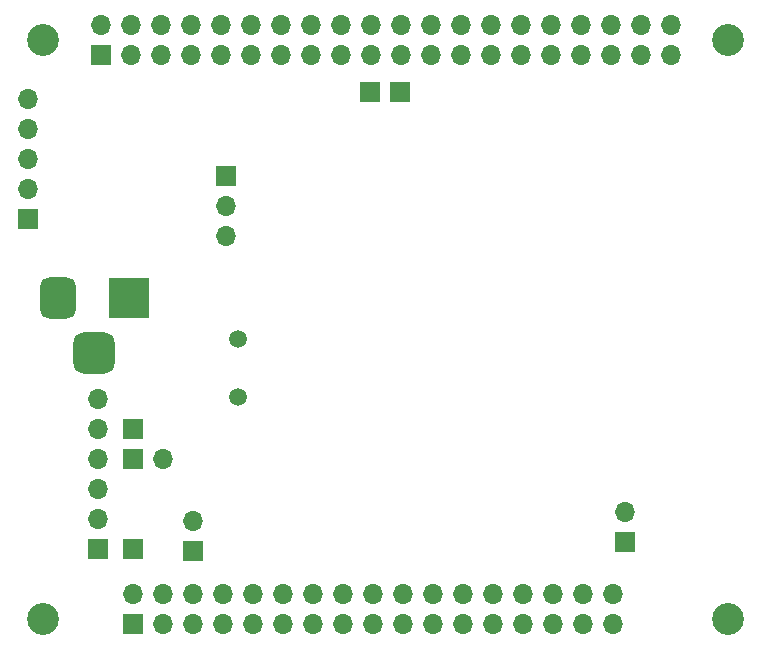
<source format=gbs>
G04 #@! TF.GenerationSoftware,KiCad,Pcbnew,(6.0.0)*
G04 #@! TF.CreationDate,2022-08-18T21:55:53-04:00*
G04 #@! TF.ProjectId,WD37C65 pi hat,57443337-4336-4352-9070-69206861742e,rev?*
G04 #@! TF.SameCoordinates,Original*
G04 #@! TF.FileFunction,Soldermask,Bot*
G04 #@! TF.FilePolarity,Negative*
%FSLAX46Y46*%
G04 Gerber Fmt 4.6, Leading zero omitted, Abs format (unit mm)*
G04 Created by KiCad (PCBNEW (6.0.0)) date 2022-08-18 21:55:53*
%MOMM*%
%LPD*%
G01*
G04 APERTURE LIST*
G04 Aperture macros list*
%AMRoundRect*
0 Rectangle with rounded corners*
0 $1 Rounding radius*
0 $2 $3 $4 $5 $6 $7 $8 $9 X,Y pos of 4 corners*
0 Add a 4 corners polygon primitive as box body*
4,1,4,$2,$3,$4,$5,$6,$7,$8,$9,$2,$3,0*
0 Add four circle primitives for the rounded corners*
1,1,$1+$1,$2,$3*
1,1,$1+$1,$4,$5*
1,1,$1+$1,$6,$7*
1,1,$1+$1,$8,$9*
0 Add four rect primitives between the rounded corners*
20,1,$1+$1,$2,$3,$4,$5,0*
20,1,$1+$1,$4,$5,$6,$7,0*
20,1,$1+$1,$6,$7,$8,$9,0*
20,1,$1+$1,$8,$9,$2,$3,0*%
G04 Aperture macros list end*
%ADD10R,1.700000X1.700000*%
%ADD11O,1.700000X1.700000*%
%ADD12C,1.500000*%
%ADD13R,3.500000X3.500000*%
%ADD14RoundRect,0.750000X-0.750000X-1.000000X0.750000X-1.000000X0.750000X1.000000X-0.750000X1.000000X0*%
%ADD15RoundRect,0.875000X-0.875000X-0.875000X0.875000X-0.875000X0.875000X0.875000X-0.875000X0.875000X0*%
%ADD16C,2.700000*%
G04 APERTURE END LIST*
D10*
X84639000Y-158115000D03*
D11*
X84639000Y-155575000D03*
X84639000Y-153035000D03*
X84639000Y-150495000D03*
X84639000Y-147955000D03*
X84639000Y-145415000D03*
D10*
X87630000Y-164465000D03*
D11*
X87630000Y-161925000D03*
X90170000Y-164465000D03*
X90170000Y-161925000D03*
X92710000Y-164465000D03*
X92710000Y-161925000D03*
X95250000Y-164465000D03*
X95250000Y-161925000D03*
X97790000Y-164465000D03*
X97790000Y-161925000D03*
X100330000Y-164465000D03*
X100330000Y-161925000D03*
X102870000Y-164465000D03*
X102870000Y-161925000D03*
X105410000Y-164465000D03*
X105410000Y-161925000D03*
X107950000Y-164465000D03*
X107950000Y-161925000D03*
X110490000Y-164465000D03*
X110490000Y-161925000D03*
X113030000Y-164465000D03*
X113030000Y-161925000D03*
X115570000Y-164465000D03*
X115570000Y-161925000D03*
X118110000Y-164465000D03*
X118110000Y-161925000D03*
X120650000Y-164465000D03*
X120650000Y-161925000D03*
X123190000Y-164465000D03*
X123190000Y-161925000D03*
X125730000Y-164465000D03*
X125730000Y-161925000D03*
X128270000Y-164465000D03*
X128270000Y-161925000D03*
D10*
X110236000Y-119380000D03*
X87630000Y-158115000D03*
D12*
X96520000Y-140335000D03*
X96520000Y-145215000D03*
D10*
X129286000Y-157485000D03*
D11*
X129286000Y-154945000D03*
D10*
X95504000Y-126507000D03*
D11*
X95504000Y-129047000D03*
X95504000Y-131587000D03*
D10*
X92710000Y-158247000D03*
D11*
X92710000Y-155707000D03*
D13*
X87280000Y-136837500D03*
D14*
X81280000Y-136837500D03*
D15*
X84280000Y-141537500D03*
D10*
X87625000Y-150495000D03*
D11*
X90165000Y-150495000D03*
D10*
X84870000Y-116275000D03*
D11*
X84870000Y-113735000D03*
X87410000Y-116275000D03*
X87410000Y-113735000D03*
X89950000Y-116275000D03*
X89950000Y-113735000D03*
X92490000Y-116275000D03*
X92490000Y-113735000D03*
X95030000Y-116275000D03*
X95030000Y-113735000D03*
X97570000Y-116275000D03*
X97570000Y-113735000D03*
X100110000Y-116275000D03*
X100110000Y-113735000D03*
X102650000Y-116275000D03*
X102650000Y-113735000D03*
X105190000Y-116275000D03*
X105190000Y-113735000D03*
X107730000Y-116275000D03*
X107730000Y-113735000D03*
X110270000Y-116275000D03*
X110270000Y-113735000D03*
X112810000Y-116275000D03*
X112810000Y-113735000D03*
X115350000Y-116275000D03*
X115350000Y-113735000D03*
X117890000Y-116275000D03*
X117890000Y-113735000D03*
X120430000Y-116275000D03*
X120430000Y-113735000D03*
X122970000Y-116275000D03*
X122970000Y-113735000D03*
X125510000Y-116275000D03*
X125510000Y-113735000D03*
X128050000Y-116275000D03*
X128050000Y-113735000D03*
X130590000Y-116275000D03*
X130590000Y-113735000D03*
X133130000Y-116275000D03*
X133130000Y-113735000D03*
D10*
X87630000Y-147955000D03*
X78740000Y-130170000D03*
D11*
X78740000Y-127630000D03*
X78740000Y-125090000D03*
X78740000Y-122550000D03*
X78740000Y-120010000D03*
D10*
X107696000Y-119380000D03*
D16*
X138000000Y-115000000D03*
X80000000Y-164000000D03*
X138000000Y-164000000D03*
X80000000Y-115000000D03*
M02*

</source>
